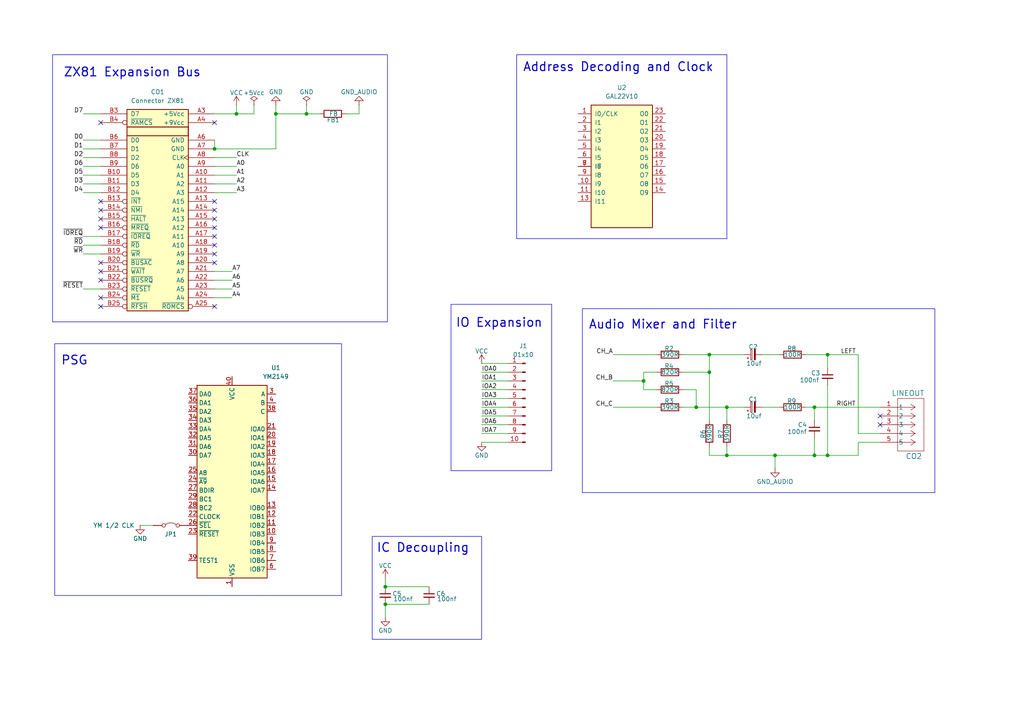
<source format=kicad_sch>
(kicad_sch (version 20250114) (generator "eeschema") (generator_version "9.0")
  (paper "A4")
  (title_block (title "ZXEightyZON") (date "2025-10-19") (rev "1.0") (company "Submeson Brain Corporation"))
  (lib_symbols
    (symbol "Audio:YM2149"
      (property "Reference" "U" (at 12.7 33.02 0))
      (property "Value" "YM2149" (at 12.7 30.48 0))
      (symbol "YM2149_0_1"
        (rectangle (start -10.16 27.94) (end 10.16 -27.94) (stroke (width 0.254)) (fill (type background)))
      )
      (symbol "YM2149_1_1"
        (pin bidirectional line (at -12.7 25.4 0) (length 2.54) (name "DA0") (number "37"))
        (pin bidirectional line (at -12.7 22.86 0) (length 2.54) (name "DA1") (number "36"))
        (pin bidirectional line (at -12.7 20.32 0) (length 2.54) (name "DA2") (number "35"))
        (pin bidirectional line (at -12.7 17.78 0) (length 2.54) (name "DA3") (number "34"))
        (pin bidirectional line (at -12.7 15.24 0) (length 2.54) (name "DA4") (number "33"))
        (pin bidirectional line (at -12.7 12.7 0) (length 2.54) (name "DA5") (number "32"))
        (pin bidirectional line (at -12.7 10.16 0) (length 2.54) (name "DA6") (number "31"))
        (pin bidirectional line (at -12.7 7.62 0) (length 2.54) (name "DA7") (number "30"))
        (pin input line (at -12.7 2.54 0) (length 2.54) (name "A8") (number "25"))
        (pin input line (at -12.7 0 0) (length 2.54) (name "~{A9}") (number "24"))
        (pin input line (at -12.7 -2.54 0) (length 2.54) (name "BDIR") (number "27"))
        (pin input line (at -12.7 -5.08 0) (length 2.54) (name "BC1") (number "29"))
        (pin input line (at -12.7 -7.62 0) (length 2.54) (name "BC2") (number "28"))
        (pin input line (at -12.7 -10.16 0) (length 2.54) (name "CLOCK") (number "22"))
        (pin input line (at -12.7 -12.7 0) (length 2.54) (name "~{SEL}") (number "26"))
        (pin input line (at -12.7 -15.24 0) (length 2.54) (name "~{RESET}") (number "23"))
        (pin passive line (at -12.7 -22.86 0) (length 2.54) (name "TEST1") (number "39"))
        (pin no_connect line (at -10.16 -17.78 0) (length 2.54) (hide yes) (name "NC") (number "2"))
        (pin no_connect line (at -10.16 -20.32 0) (length 2.54) (hide yes) (name "NC") (number "5"))
        (pin power_in line (at 0 30.48 270) (length 2.54) (name "VCC") (number "40"))
        (pin power_in line (at 0 -30.48 90) (length 2.54) (name "VSS") (number "1"))
        (pin output line (at 12.7 25.4 180) (length 2.54) (name "A") (number "3"))
        (pin output line (at 12.7 22.86 180) (length 2.54) (name "B") (number "4"))
        (pin output line (at 12.7 20.32 180) (length 2.54) (name "C") (number "38"))
        (pin bidirectional line (at 12.7 15.24 180) (length 2.54) (name "IOA0") (number "21"))
        (pin bidirectional line (at 12.7 12.7 180) (length 2.54) (name "IOA1") (number "20"))
        (pin bidirectional line (at 12.7 10.16 180) (length 2.54) (name "IOA2") (number "19"))
        (pin bidirectional line (at 12.7 7.62 180) (length 2.54) (name "IOA3") (number "18"))
        (pin bidirectional line (at 12.7 5.08 180) (length 2.54) (name "IOA4") (number "17"))
        (pin bidirectional line (at 12.7 2.54 180) (length 2.54) (name "IOA5") (number "16"))
        (pin bidirectional line (at 12.7 0 180) (length 2.54) (name "IOA6") (number "15"))
        (pin bidirectional line (at 12.7 -2.54 180) (length 2.54) (name "IOA7") (number "14"))
        (pin bidirectional line (at 12.7 -7.62 180) (length 2.54) (name "IOB0") (number "13"))
        (pin bidirectional line (at 12.7 -10.16 180) (length 2.54) (name "IOB1") (number "12"))
        (pin bidirectional line (at 12.7 -12.7 180) (length 2.54) (name "IOB2") (number "11"))
        (pin bidirectional line (at 12.7 -15.24 180) (length 2.54) (name "IOB3") (number "10"))
        (pin bidirectional line (at 12.7 -17.78 180) (length 2.54) (name "IOB4") (number "9"))
        (pin bidirectional line (at 12.7 -20.32 180) (length 2.54) (name "IOB5") (number "8"))
        (pin bidirectional line (at 12.7 -22.86 180) (length 2.54) (name "IOB6") (number "7"))
        (pin bidirectional line (at 12.7 -25.4 180) (length 2.54) (name "IOB7") (number "6"))
      )
    )
    (symbol "Connector:Conn_01x10_Pin" (pin_names (offset 1.016) (hide yes))
      (property "Reference" "J" (at 0 12.7 0))
      (property "Value" "Conn_01x10_Pin" (at 0 -15.24 0))
      (symbol "Conn_01x10_Pin_1_1"
        (rectangle (start 0.8636 10.287) (end 0 10.033) (stroke (width 0.1524)) (fill (type outline)))
        (rectangle (start 0.8636 7.747) (end 0 7.493) (stroke (width 0.1524)) (fill (type outline)))
        (rectangle (start 0.8636 5.207) (end 0 4.953) (stroke (width 0.1524)) (fill (type outline)))
        (rectangle (start 0.8636 2.667) (end 0 2.413) (stroke (width 0.1524)) (fill (type outline)))
        (rectangle (start 0.8636 0.127) (end 0 -0.127) (stroke (width 0.1524)) (fill (type outline)))
        (rectangle (start 0.8636 -2.413) (end 0 -2.667) (stroke (width 0.1524)) (fill (type outline)))
        (rectangle (start 0.8636 -4.953) (end 0 -5.207) (stroke (width 0.1524)) (fill (type outline)))
        (rectangle (start 0.8636 -7.493) (end 0 -7.747) (stroke (width 0.1524)) (fill (type outline)))
        (rectangle (start 0.8636 -10.033) (end 0 -10.287) (stroke (width 0.1524)) (fill (type outline)))
        (rectangle (start 0.8636 -12.573) (end 0 -12.827) (stroke (width 0.1524)) (fill (type outline)))
        (polyline (pts (xy 1.27 10.16) (xy 0.8636 10.16)) (stroke (width 0.1524)))
        (polyline (pts (xy 1.27 7.62) (xy 0.8636 7.62)) (stroke (width 0.1524)))
        (polyline (pts (xy 1.27 5.08) (xy 0.8636 5.08)) (stroke (width 0.1524)))
        (polyline (pts (xy 1.27 2.54) (xy 0.8636 2.54)) (stroke (width 0.1524)))
        (polyline (pts (xy 1.27 0) (xy 0.8636 0)) (stroke (width 0.1524)))
        (polyline (pts (xy 1.27 -2.54) (xy 0.8636 -2.54)) (stroke (width 0.1524)))
        (polyline (pts (xy 1.27 -5.08) (xy 0.8636 -5.08)) (stroke (width 0.1524)))
        (polyline (pts (xy 1.27 -7.62) (xy 0.8636 -7.62)) (stroke (width 0.1524)))
        (polyline (pts (xy 1.27 -10.16) (xy 0.8636 -10.16)) (stroke (width 0.1524)))
        (polyline (pts (xy 1.27 -12.7) (xy 0.8636 -12.7)) (stroke (width 0.1524)))
        (pin passive line (at 5.08 10.16 180) (length 3.81) (name "Pin_1") (number "1"))
        (pin passive line (at 5.08 7.62 180) (length 3.81) (name "Pin_2") (number "2"))
        (pin passive line (at 5.08 5.08 180) (length 3.81) (name "Pin_3") (number "3"))
        (pin passive line (at 5.08 2.54 180) (length 3.81) (name "Pin_4") (number "4"))
        (pin passive line (at 5.08 0 180) (length 3.81) (name "Pin_5") (number "5"))
        (pin passive line (at 5.08 -2.54 180) (length 3.81) (name "Pin_6") (number "6"))
        (pin passive line (at 5.08 -5.08 180) (length 3.81) (name "Pin_7") (number "7"))
        (pin passive line (at 5.08 -7.62 180) (length 3.81) (name "Pin_8") (number "8"))
        (pin passive line (at 5.08 -10.16 180) (length 3.81) (name "Pin_9") (number "9"))
        (pin passive line (at 5.08 -12.7 180) (length 3.81) (name "Pin_10") (number "10"))
      )
    )
    (symbol "Device:C_Polarized_Small" (pin_numbers (hide yes)) (pin_names (offset 0.254) (hide yes))
      (property "Reference" "C" (at 0.254 1.778 0))
      (property "Value" "C_Polarized_Small" (at 0.254 -2.032 0))
      (symbol "C_Polarized_Small_0_1"
        (rectangle (start -1.524 0.6858) (end 1.524 0.3048))
        (rectangle (start -1.524 -0.3048) (end 1.524 -0.6858) (fill (type outline)))
        (polyline (pts (xy -1.27 1.524) (xy -0.762 1.524)))
        (polyline (pts (xy -1.016 1.27) (xy -1.016 1.778)))
      )
      (symbol "C_Polarized_Small_1_1"
        (pin passive line (at 0 2.54 270) (length 1.8542) (name "~") (number "1"))
        (pin passive line (at 0 -2.54 90) (length 1.8542) (name "~") (number "2"))
      )
    )
    (symbol "Device:C_Small" (pin_numbers (hide yes)) (pin_names (offset 0.254) (hide yes))
      (property "Reference" "C" (at 0.254 1.778 0))
      (property "Value" "C_Small" (at 0.254 -2.032 0))
      (symbol "C_Small_0_1"
        (polyline (pts (xy -1.524 0.508) (xy 1.524 0.508)) (stroke (width 0.3048)))
        (polyline (pts (xy -1.524 -0.508) (xy 1.524 -0.508)) (stroke (width 0.3302)))
      )
      (symbol "C_Small_1_1"
        (pin passive line (at 0 2.54 270) (length 2.032) (name "~") (number "1"))
        (pin passive line (at 0 -2.54 90) (length 2.032) (name "~") (number "2"))
      )
    )
    (symbol "Device:R" (pin_numbers (hide yes)) (pin_names (offset 0))
      (property "Reference" "R" (at 2.032 0 90))
      (property "Value" "R" (at 0 0 90))
      (symbol "R_0_1"
        (rectangle (start -1.016 -2.54) (end 1.016 2.54) (stroke (width 0.254)))
      )
      (symbol "R_1_1"
        (pin passive line (at 0 3.81 270) (length 1.27) (name "~") (number "1"))
        (pin passive line (at 0 -3.81 90) (length 1.27) (name "~") (number "2"))
      )
    )
    (symbol "GAL22V10:GAL22V10" (pin_names (offset 1.016))
      (property "Reference" "U" (at -8.89 19.05 0))
      (property "Value" "GAL22V10" (at -1.27 19.05 0))
      (symbol "GAL22V10_0_1"
        (rectangle (start -8.89 -17.78) (end 8.89 17.78) (stroke (width 0.254)) (fill (type background)))
      )
      (symbol "GAL22V10_1_1"
        (pin input line (at -12.7 15.24 0) (length 3.81) (name "I0/CLK") (number "1"))
        (pin input line (at -12.7 12.7 0) (length 3.81) (name "I1") (number "2"))
        (pin input line (at -12.7 10.16 0) (length 3.81) (name "I2") (number "3"))
        (pin input line (at -12.7 7.62 0) (length 3.81) (name "I3") (number "4"))
        (pin input line (at -12.7 5.08 0) (length 3.81) (name "I4") (number "5"))
        (pin input line (at -12.7 2.54 0) (length 3.81) (name "I5") (number "6"))
        (pin input line (at -12.7 0 0) (length 3.81) (name "I6") (number "7"))
        (pin input line (at -12.7 0 0) (length 3.81) (name "I7") (number "8"))
        (pin input line (at -12.7 -2.54 0) (length 3.81) (name "I8") (number "9"))
        (pin input line (at -12.7 -5.08 0) (length 3.81) (name "I9") (number "10"))
        (pin input line (at -12.7 -7.62 0) (length 3.81) (name "I10") (number "11"))
        (pin input line (at -12.7 -10.16 0) (length 3.81) (name "I11") (number "13"))
        (pin power_in line (at 0 17.78 270) (length 0) (hide yes) (name "VCC") (number "24"))
        (pin power_in line (at 0 -17.78 90) (length 0) (hide yes) (name "GND") (number "12"))
        (pin output line (at 12.7 15.24 180) (length 3.81) (name "O0") (number "23"))
        (pin output line (at 12.7 12.7 180) (length 3.81) (name "O1") (number "22"))
        (pin output line (at 12.7 10.16 180) (length 3.81) (name "O2") (number "21"))
        (pin output line (at 12.7 7.62 180) (length 3.81) (name "O3") (number "20"))
        (pin output line (at 12.7 5.08 180) (length 3.81) (name "O4") (number "19"))
        (pin output line (at 12.7 2.54 180) (length 3.81) (name "O5") (number "18"))
        (pin output line (at 12.7 0 180) (length 3.81) (name "O6") (number "17"))
        (pin output line (at 12.7 -2.54 180) (length 3.81) (name "O7") (number "16"))
        (pin output line (at 12.7 -5.08 180) (length 3.81) (name "O8") (number "15"))
        (pin output line (at 12.7 -7.62 180) (length 3.81) (name "O9") (number "14"))
      )
    )
    (symbol "Jumper:Jumper_2_Bridged" (pin_numbers (hide yes)) (pin_names (offset 0) (hide yes))
      (property "Reference" "JP" (at 0 1.905 0))
      (property "Value" "Jumper_2_Bridged" (at 0 -2.54 0))
      (symbol "Jumper_2_Bridged_0_0"
        (circle (center -2.032 0) (radius 0.508))
        (circle (center 2.032 0) (radius 0.508))
      )
      (symbol "Jumper_2_Bridged_0_1"
        (arc (start -1.524 0.254) (mid 0 0.762) (end 1.524 0.254))
      )
      (symbol "Jumper_2_Bridged_1_1"
        (pin passive line (at -5.08 0 0) (length 2.54) (name "A") (number "1"))
        (pin passive line (at 5.08 0 180) (length 2.54) (name "B") (number "2"))
      )
    )
    (symbol "R_3" (pin_numbers (hide yes)) (pin_names (offset 0))
      (property "Reference" "R" (at 2.032 0 90))
      (property "Value" "R" (at 0 0 90))
      (symbol "R_3_0_1"
        (rectangle (start -1.016 -2.54) (end 1.016 2.54) (stroke (width 0.254)))
      )
      (symbol "R_3_1_1"
        (pin passive line (at 0 3.81 270) (length 1.27) (name "~") (number "1"))
        (pin passive line (at 0 -3.81 90) (length 1.27) (name "~") (number "2"))
      )
    )
    (symbol "R_4" (pin_numbers (hide yes)) (pin_names (offset 0))
      (property "Reference" "R" (at 2.032 0 90))
      (property "Value" "R" (at 0 0 90))
      (symbol "R_4_0_1"
        (rectangle (start -1.016 -2.54) (end 1.016 2.54) (stroke (width 0.254)))
      )
      (symbol "R_4_1_1"
        (pin passive line (at 0 3.81 270) (length 1.27) (name "~") (number "1"))
        (pin passive line (at 0 -3.81 90) (length 1.27) (name "~") (number "2"))
      )
    )
    (symbol "R_5" (pin_numbers (hide yes)) (pin_names (offset 0))
      (property "Reference" "R" (at 2.032 0 90))
      (property "Value" "R" (at 0 0 90))
      (symbol "R_5_0_1"
        (rectangle (start -1.016 -2.54) (end 1.016 2.54) (stroke (width 0.254)))
      )
      (symbol "R_5_1_1"
        (pin passive line (at 0 3.81 270) (length 1.27) (name "~") (number "1"))
        (pin passive line (at 0 -3.81 90) (length 1.27) (name "~") (number "2"))
      )
    )
    (symbol "R_6" (pin_numbers (hide yes)) (pin_names (offset 0))
      (property "Reference" "R" (at 2.032 0 90))
      (property "Value" "R" (at 0 0 90))
      (symbol "R_6_0_1"
        (rectangle (start -1.016 -2.54) (end 1.016 2.54) (stroke (width 0.254)))
      )
      (symbol "R_6_1_1"
        (pin passive line (at 0 3.81 270) (length 1.27) (name "~") (number "1"))
        (pin passive line (at 0 -3.81 90) (length 1.27) (name "~") (number "2"))
      )
    )
    (symbol "R_7" (pin_numbers (hide yes)) (pin_names (offset 0))
      (property "Reference" "R" (at 2.032 0 90))
      (property "Value" "R" (at 0 0 90))
      (symbol "R_7_0_1"
        (rectangle (start -1.016 -2.54) (end 1.016 2.54) (stroke (width 0.254)))
      )
      (symbol "R_7_1_1"
        (pin passive line (at 0 3.81 270) (length 1.27) (name "~") (number "1"))
        (pin passive line (at 0 -3.81 90) (length 1.27) (name "~") (number "2"))
      )
    )
    (symbol "R_8" (pin_numbers (hide yes)) (pin_names (offset 0))
      (property "Reference" "R" (at 2.032 0 90))
      (property "Value" "R" (at 0 0 90))
      (symbol "R_8_0_1"
        (rectangle (start -1.016 -2.54) (end 1.016 2.54) (stroke (width 0.254)))
      )
      (symbol "R_8_1_1"
        (pin passive line (at 0 3.81 270) (length 1.27) (name "~") (number "1"))
        (pin passive line (at 0 -3.81 90) (length 1.27) (name "~") (number "2"))
      )
    )
    (symbol "Stereo_Jack_Connector:SPC21348" (pin_names (offset 0.254))
      (property "Reference" "CO2" (at 7.366 -14.224 0))
      (property "Value" "LINEOUT" (at 3.302 4.064 0))
      (symbol "SPC21348_1_1"
        (polyline (pts (xy 5.08 2.54) (xy 5.08 -12.7)) (stroke (width 0.127)))
        (polyline (pts (xy 5.08 -12.7) (xy 12.7 -12.7)) (stroke (width 0.127)))
        (polyline (pts (xy 10.16 0) (xy 5.08 0)) (stroke (width 0.127)))
        (polyline (pts (xy 10.16 0) (xy 8.89 0.8467)) (stroke (width 0.127)))
        (polyline (pts (xy 10.16 0) (xy 8.89 -0.8467)) (stroke (width 0.127)))
        (polyline (pts (xy 10.16 -2.54) (xy 5.08 -2.54)) (stroke (width 0.127)))
        (polyline (pts (xy 10.16 -2.54) (xy 8.89 -1.6933)) (stroke (width 0.127)))
        (polyline (pts (xy 10.16 -2.54) (xy 8.89 -3.3867)) (stroke (width 0.127)))
        (polyline (pts (xy 10.16 -5.08) (xy 5.08 -5.08)) (stroke (width 0.127)))
        (polyline (pts (xy 10.16 -5.08) (xy 8.89 -4.2333)) (stroke (width 0.127)))
        (polyline (pts (xy 10.16 -5.08) (xy 8.89 -5.9267)) (stroke (width 0.127)))
        (polyline (pts (xy 10.16 -7.62) (xy 5.08 -7.62)) (stroke (width 0.127)))
        (polyline (pts (xy 10.16 -7.62) (xy 8.89 -6.7733)) (stroke (width 0.127)))
        (polyline (pts (xy 10.16 -7.62) (xy 8.89 -8.4667)) (stroke (width 0.127)))
        (polyline (pts (xy 10.16 -10.16) (xy 5.08 -10.16)) (stroke (width 0.127)))
        (polyline (pts (xy 10.16 -10.16) (xy 8.89 -9.3133)) (stroke (width 0.127)))
        (polyline (pts (xy 10.16 -10.16) (xy 8.89 -11.0067)) (stroke (width 0.127)))
        (polyline (pts (xy 12.7 2.54) (xy 5.08 2.54)) (stroke (width 0.127)))
        (polyline (pts (xy 12.7 -12.7) (xy 12.7 2.54)) (stroke (width 0.127)))
        (pin unspecified line (at 0 0 0) (length 5.08) (name "1") (number "1"))
        (pin unspecified line (at 0 -2.54 0) (length 5.08) (name "2") (number "2"))
        (pin unspecified line (at 0 -5.08 0) (length 5.08) (name "3") (number "3"))
        (pin unspecified line (at 0 -7.62 0) (length 5.08) (name "4") (number "4"))
        (pin unspecified line (at 0 -10.16 0) (length 5.08) (name "5") (number "5"))
      )
      (symbol "SPC21348_1_2"
        (polyline (pts (xy 5.08 2.54) (xy 5.08 -12.7)) (stroke (width 0.127)))
        (polyline (pts (xy 5.08 -12.7) (xy 12.7 -12.7)) (stroke (width 0.127)))
        (polyline (pts (xy 7.62 0) (xy 5.08 0)) (stroke (width 0.127)))
        (polyline (pts (xy 7.62 0) (xy 8.89 0.8467)) (stroke (width 0.127)))
        (polyline (pts (xy 7.62 0) (xy 8.89 -0.8467)) (stroke (width 0.127)))
        (polyline (pts (xy 7.62 -2.54) (xy 5.08 -2.54)) (stroke (width 0.127)))
        (polyline (pts (xy 7.62 -2.54) (xy 8.89 -1.6933)) (stroke (width 0.127)))
        (polyline (pts (xy 7.62 -2.54) (xy 8.89 -3.3867)) (stroke (width 0.127)))
        (polyline (pts (xy 7.62 -5.08) (xy 5.08 -5.08)) (stroke (width 0.127)))
        (polyline (pts (xy 7.62 -5.08) (xy 8.89 -4.2333)) (stroke (width 0.127)))
        (polyline (pts (xy 7.62 -5.08) (xy 8.89 -5.9267)) (stroke (width 0.127)))
        (polyline (pts (xy 7.62 -7.62) (xy 5.08 -7.62)) (stroke (width 0.127)))
        (polyline (pts (xy 7.62 -7.62) (xy 8.89 -6.7733)) (stroke (width 0.127)))
        (polyline (pts (xy 7.62 -7.62) (xy 8.89 -8.4667)) (stroke (width 0.127)))
        (polyline (pts (xy 7.62 -10.16) (xy 5.08 -10.16)) (stroke (width 0.127)))
        (polyline (pts (xy 7.62 -10.16) (xy 8.89 -9.3133)) (stroke (width 0.127)))
        (polyline (pts (xy 7.62 -10.16) (xy 8.89 -11.0067)) (stroke (width 0.127)))
        (polyline (pts (xy 12.7 2.54) (xy 5.08 2.54)) (stroke (width 0.127)))
        (polyline (pts (xy 12.7 -12.7) (xy 12.7 2.54)) (stroke (width 0.127)))
        (pin unspecified line (at 0 0 0) (length 5.08) (name "1") (number "1"))
        (pin unspecified line (at 0 -2.54 0) (length 5.08) (name "2") (number "2"))
        (pin unspecified line (at 0 -5.08 0) (length 5.08) (name "3") (number "3"))
        (pin unspecified line (at 0 -7.62 0) (length 5.08) (name "4") (number "4"))
        (pin unspecified line (at 0 -10.16 0) (length 5.08) (name "5") (number "5"))
      )
    )
    (symbol "ZX81_Expansion_Connector:Connector ZX81" (pin_names (offset 1.016))
      (property "Reference" "J" (at 1.27 36.83 0))
      (property "Value" "Connector ZX81" (at 1.27 -29.972 0))
      (symbol "Connector ZX81_1_1"
        (rectangle (start -8.89 30.48) (end 8.89 -27.94) (stroke (width 0.254)) (fill (type background)))
        (rectangle (start -8.89 25.4) (end 8.89 22.86) (stroke (width 0.254)))
        (pin bidirectional line (at -16.51 29.21 0) (length 7.62) (name "D7") (number "B3"))
        (pin input inverted (at -16.51 26.67 0) (length 7.62) (name "~{RAMCS}") (number "B4"))
        (pin bidirectional line (at -16.51 21.59 0) (length 7.62) (name "D0") (number "B6"))
        (pin bidirectional line (at -16.51 19.05 0) (length 7.62) (name "D1") (number "B7"))
        (pin bidirectional line (at -16.51 16.51 0) (length 7.62) (name "D2") (number "B8"))
        (pin bidirectional line (at -16.51 13.97 0) (length 7.62) (name "D6") (number "B9"))
        (pin bidirectional line (at -16.51 11.43 0) (length 7.62) (name "D5") (number "B10"))
        (pin bidirectional line (at -16.51 8.89 0) (length 7.62) (name "D3") (number "B11"))
        (pin bidirectional line (at -16.51 6.35 0) (length 7.62) (name "D4") (number "B12"))
        (pin bidirectional inverted (at -16.51 3.81 0) (length 7.62) (name "~{INT}") (number "B13"))
        (pin bidirectional inverted (at -16.51 1.27 0) (length 7.62) (name "~{NMI}") (number "B14"))
        (pin bidirectional inverted (at -16.51 -1.27 0) (length 7.62) (name "~{HALT}") (number "B15"))
        (pin bidirectional inverted (at -16.51 -3.81 0) (length 7.62) (name "~{MREQ}") (number "B16"))
        (pin bidirectional inverted (at -16.51 -6.35 0) (length 7.62) (name "~{IOREQ}") (number "B17"))
        (pin bidirectional inverted (at -16.51 -8.89 0) (length 7.62) (name "~{RD}") (number "B18"))
        (pin bidirectional inverted (at -16.51 -11.43 0) (length 7.62) (name "~{WR}") (number "B19"))
        (pin bidirectional inverted (at -16.51 -13.97 0) (length 7.62) (name "~{BUSAC}") (number "B20"))
        (pin bidirectional inverted (at -16.51 -16.51 0) (length 7.62) (name "~{WAIT}") (number "B21"))
        (pin bidirectional inverted (at -16.51 -19.05 0) (length 7.62) (name "~{BUSRQ}") (number "B22"))
        (pin bidirectional inverted (at -16.51 -21.59 0) (length 7.62) (name "~{RESET}") (number "B23"))
        (pin bidirectional inverted (at -16.51 -24.13 0) (length 7.62) (name "~{M1}") (number "B24"))
        (pin bidirectional inverted (at -16.51 -26.67 0) (length 7.62) (name "~{RFSH}") (number "B25"))
        (pin bidirectional line (at 16.51 29.21 180) (length 7.62) (name "+5Vcc") (number "A3"))
        (pin bidirectional line (at 16.51 26.67 180) (length 7.62) (name "+9Vcc") (number "A4"))
        (pin bidirectional line (at 16.51 21.59 180) (length 7.62) (name "GND") (number "A6"))
        (pin bidirectional line (at 16.51 19.05 180) (length 7.62) (name "GND") (number "A7"))
        (pin bidirectional clock (at 16.51 16.51 180) (length 7.62) (name "CLK") (number "A8"))
        (pin bidirectional line (at 16.51 13.97 180) (length 7.62) (name "A0") (number "A9"))
        (pin bidirectional line (at 16.51 11.43 180) (length 7.62) (name "A1") (number "A10"))
        (pin bidirectional line (at 16.51 8.89 180) (length 7.62) (name "A2") (number "A11"))
        (pin bidirectional line (at 16.51 6.35 180) (length 7.62) (name "A3") (number "A12"))
        (pin bidirectional line (at 16.51 3.81 180) (length 7.62) (name "A15") (number "A13"))
        (pin bidirectional line (at 16.51 1.27 180) (length 7.62) (name "A14") (number "A14"))
        (pin bidirectional line (at 16.51 -1.27 180) (length 7.62) (name "A13") (number "A15"))
        (pin bidirectional line (at 16.51 -3.81 180) (length 7.62) (name "A12") (number "A16"))
        (pin bidirectional line (at 16.51 -6.35 180) (length 7.62) (name "A11") (number "A17"))
        (pin bidirectional line (at 16.51 -8.89 180) (length 7.62) (name "A10") (number "A18"))
        (pin bidirectional line (at 16.51 -11.43 180) (length 7.62) (name "A9") (number "A19"))
        (pin bidirectional line (at 16.51 -13.97 180) (length 7.62) (name "A8") (number "A20"))
        (pin bidirectional line (at 16.51 -16.51 180) (length 7.62) (name "A7") (number "A21"))
        (pin bidirectional line (at 16.51 -19.05 180) (length 7.62) (name "A6") (number "A22"))
        (pin bidirectional line (at 16.51 -21.59 180) (length 7.62) (name "A5") (number "A23"))
        (pin bidirectional line (at 16.51 -24.13 180) (length 7.62) (name "A4") (number "A24"))
        (pin bidirectional inverted (at 16.51 -26.67 180) (length 7.62) (name "~{ROMCS}") (number "A25"))
      )
    )
    (symbol "power:GND" (power) (pin_numbers (hide yes)) (pin_names (offset 0) (hide yes))
      (property "Value" "GND" (at 0 -3.81 0))
      (symbol "GND_0_1"
        (polyline (pts (xy 0 0) (xy 0 -1.27) (xy 1.27 -1.27) (xy 0 -2.54) (xy -1.27 -1.27) (xy 0 -1.27)))
      )
      (symbol "GND_1_1"
        (pin power_in line (at 0 0 270) (length 0) (name "~") (number "1"))
      )
    )
    (symbol "power:PWR_FLAG" (power) (pin_numbers (hide yes)) (pin_names (offset 0) (hide yes))
      (property "Value" "PWR_FLAG" (at 0 3.81 0))
      (symbol "PWR_FLAG_0_0"
        (pin power_out line (at 0 0 90) (length 0) (name "~") (number "1"))
      )
      (symbol "PWR_FLAG_0_1"
        (polyline (pts (xy 0 0) (xy 0 1.27) (xy -1.016 1.905) (xy 0 2.54) (xy 1.016 1.905) (xy 0 1.27)))
      )
    )
    (symbol "power:VCC" (power) (pin_numbers (hide yes)) (pin_names (offset 0) (hide yes))
      (property "Value" "VCC" (at 0 3.556 0))
      (symbol "VCC_0_1"
        (polyline (pts (xy -0.762 1.27) (xy 0 2.54)))
        (polyline (pts (xy 0 2.54) (xy 0.762 1.27)))
        (polyline (pts (xy 0 0) (xy 0 2.54)))
      )
      (symbol "VCC_1_1"
        (pin power_in line (at 0 0 90) (length 0) (name "~") (number "1"))
      )
    )
  )
  (rectangle (start 107.95 155.575) (end 139.7 185.42))
  (rectangle (start 149.86 15.875) (end 210.82 69.215))
  (rectangle (start 168.91 89.535) (end 271.145 142.875))
  (rectangle (start 15.24 15.875) (end 112.395 93.345))
  (rectangle (start 15.875 99.695) (end 99.06 172.72))
  (rectangle (start 130.81 88.265) (end 160.02 136.525))
  (text "Audio Mixer and Filter" (at 192.278 94.234 0) (effects (font (size 2.54 2.54) (thickness 0.3175))))
  (text "Address Decoding and Clock" (at 179.324 19.558 0) (effects (font (size 2.54 2.54) (thickness 0.3175))))
  (text "IO Expansion" (at 144.78 93.726 0) (effects (font (size 2.54 2.54) (thickness 0.3175))))
  (text "IC Decoupling" (at 122.682 159.004 0) (effects (font (size 2.54 2.54) (thickness 0.3175))))
  (text "PSG" (at 21.59 104.648 0) (effects (font (size 2.54 2.54) (thickness 0.3175))))
  (text "ZX81 Expansion Bus" (at 38.354 21.082 0) (effects (font (size 2.54 2.54) (thickness 0.3175))))
  (junction (at 201.93 118.11))
  (junction (at 236.22 132.08))
  (junction (at 205.74 102.87))
  (junction (at 210.82 132.08))
  (junction (at 80.01 33.02))
  (junction (at 111.76 175.26))
  (junction (at 68.58 33.02))
  (junction (at 62.23 43.18))
  (junction (at 240.03 102.87))
  (junction (at 210.82 118.11))
  (junction (at 240.03 132.08))
  (junction (at 111.76 170.18))
  (junction (at 205.74 107.95))
  (junction (at 224.79 132.08))
  (junction (at 186.69 110.49))
  (junction (at 88.9 33.02))
  (junction (at 236.22 118.11))
  (no_connect (at 62.23 63.5))
  (no_connect (at 62.23 88.9))
  (no_connect (at 29.21 63.5))
  (no_connect (at 255.27 120.65))
  (no_connect (at 29.21 86.36))
  (no_connect (at 29.21 58.42))
  (no_connect (at 62.23 73.66))
  (no_connect (at 62.23 68.58))
  (no_connect (at 62.23 60.96))
  (no_connect (at 29.21 78.74))
  (no_connect (at 29.21 76.2))
  (no_connect (at 29.21 60.96))
  (no_connect (at 62.23 58.42))
  (no_connect (at 29.21 81.28))
  (no_connect (at 255.27 123.19))
  (no_connect (at 29.21 66.04))
  (no_connect (at 29.21 35.56))
  (no_connect (at 62.23 66.04))
  (no_connect (at 62.23 71.12))
  (no_connect (at 62.23 35.56))
  (no_connect (at 29.21 88.9))
  (no_connect (at 62.23 76.2))
  (wire (pts (xy 88.9 33.02) (xy 92.71 33.02)))
  (wire (pts (xy 68.58 48.26) (xy 62.23 48.26)))
  (wire (pts (xy 205.74 102.87) (xy 205.74 107.95)))
  (wire (pts (xy 73.66 30.48) (xy 73.66 33.02)))
  (wire (pts (xy 68.58 30.48) (xy 68.58 33.02)))
  (wire (pts (xy 67.31 83.82) (xy 62.23 83.82)))
  (wire (pts (xy 177.8 110.49) (xy 186.69 110.49)))
  (wire (pts (xy 248.92 125.73) (xy 255.27 125.73)))
  (wire (pts (xy 68.58 50.8) (xy 62.23 50.8)))
  (wire (pts (xy 24.13 71.12) (xy 29.21 71.12)))
  (wire (pts (xy 68.58 55.88) (xy 62.23 55.88)))
  (wire (pts (xy 236.22 118.11) (xy 255.27 118.11)))
  (wire (pts (xy 24.13 40.64) (xy 29.21 40.64)))
  (wire (pts (xy 139.7 113.03) (xy 147.32 113.03)))
  (wire (pts (xy 205.74 102.87) (xy 215.9 102.87)))
  (wire (pts (xy 139.7 105.41) (xy 147.32 105.41)))
  (wire (pts (xy 67.31 78.74) (xy 62.23 78.74)))
  (wire (pts (xy 240.03 102.87) (xy 248.92 102.87)))
  (wire (pts (xy 248.92 128.27) (xy 248.92 132.08)))
  (wire (pts (xy 205.74 107.95) (xy 198.12 107.95)))
  (wire (pts (xy 80.01 30.48) (xy 80.01 33.02)))
  (wire (pts (xy 24.13 73.66) (xy 29.21 73.66)))
  (wire (pts (xy 198.12 113.03) (xy 201.93 113.03)))
  (wire (pts (xy 240.03 132.08) (xy 248.92 132.08)))
  (wire (pts (xy 186.69 110.49) (xy 186.69 107.95)))
  (wire (pts (xy 73.66 33.02) (xy 68.58 33.02)))
  (wire (pts (xy 139.7 125.73) (xy 147.32 125.73)))
  (wire (pts (xy 205.74 129.54) (xy 205.74 132.08)))
  (wire (pts (xy 139.7 115.57) (xy 147.32 115.57)))
  (wire (pts (xy 201.93 118.11) (xy 210.82 118.11)))
  (wire (pts (xy 24.13 55.88) (xy 29.21 55.88)))
  (wire (pts (xy 111.76 175.26) (xy 124.46 175.26)))
  (wire (pts (xy 104.14 30.48) (xy 104.14 33.02)))
  (wire (pts (xy 210.82 129.54) (xy 210.82 132.08)))
  (wire (pts (xy 62.23 33.02) (xy 68.58 33.02)))
  (wire (pts (xy 220.98 102.87) (xy 226.06 102.87)))
  (wire (pts (xy 139.7 107.95) (xy 147.32 107.95)))
  (wire (pts (xy 236.22 127) (xy 236.22 132.08)))
  (wire (pts (xy 248.92 125.73) (xy 248.92 102.87)))
  (wire (pts (xy 111.76 167.64) (xy 111.76 170.18)))
  (wire (pts (xy 139.7 123.19) (xy 147.32 123.19)))
  (wire (pts (xy 198.12 102.87) (xy 205.74 102.87)))
  (wire (pts (xy 24.13 68.58) (xy 29.21 68.58)))
  (wire (pts (xy 67.31 86.36) (xy 62.23 86.36)))
  (wire (pts (xy 24.13 83.82) (xy 29.21 83.82)))
  (wire (pts (xy 111.76 170.18) (xy 124.46 170.18)))
  (wire (pts (xy 233.68 102.87) (xy 240.03 102.87)))
  (wire (pts (xy 139.7 120.65) (xy 147.32 120.65)))
  (wire (pts (xy 80.01 33.02) (xy 88.9 33.02)))
  (wire (pts (xy 190.5 107.95) (xy 186.69 107.95)))
  (wire (pts (xy 177.8 102.87) (xy 190.5 102.87)))
  (wire (pts (xy 100.33 33.02) (xy 104.14 33.02)))
  (wire (pts (xy 111.76 175.26) (xy 111.76 179.07)))
  (wire (pts (xy 24.13 45.72) (xy 29.21 45.72)))
  (wire (pts (xy 210.82 132.08) (xy 224.79 132.08)))
  (wire (pts (xy 68.58 45.72) (xy 62.23 45.72)))
  (wire (pts (xy 205.74 107.95) (xy 205.74 121.92)))
  (wire (pts (xy 139.7 110.49) (xy 147.32 110.49)))
  (wire (pts (xy 139.7 118.11) (xy 147.32 118.11)))
  (wire (pts (xy 62.23 43.18) (xy 80.01 43.18)))
  (wire (pts (xy 198.12 118.11) (xy 201.93 118.11)))
  (wire (pts (xy 186.69 110.49) (xy 186.69 113.03)))
  (wire (pts (xy 44.45 152.4) (xy 40.64 152.4)))
  (wire (pts (xy 240.03 102.87) (xy 240.03 106.68)))
  (wire (pts (xy 236.22 132.08) (xy 240.03 132.08)))
  (wire (pts (xy 177.8 118.11) (xy 190.5 118.11)))
  (wire (pts (xy 24.13 33.02) (xy 29.21 33.02)))
  (wire (pts (xy 224.79 132.08) (xy 236.22 132.08)))
  (wire (pts (xy 210.82 118.11) (xy 210.82 121.92)))
  (wire (pts (xy 205.74 132.08) (xy 210.82 132.08)))
  (wire (pts (xy 68.58 53.34) (xy 62.23 53.34)))
  (wire (pts (xy 186.69 113.03) (xy 190.5 113.03)))
  (wire (pts (xy 220.98 118.11) (xy 226.06 118.11)))
  (wire (pts (xy 240.03 111.76) (xy 240.03 132.08)))
  (wire (pts (xy 80.01 33.02) (xy 80.01 43.18)))
  (wire (pts (xy 24.13 43.18) (xy 29.21 43.18)))
  (wire (pts (xy 210.82 118.11) (xy 215.9 118.11)))
  (wire (pts (xy 24.13 50.8) (xy 29.21 50.8)))
  (wire (pts (xy 24.13 53.34) (xy 29.21 53.34)))
  (wire (pts (xy 201.93 113.03) (xy 201.93 118.11)))
  (wire (pts (xy 236.22 118.11) (xy 236.22 121.92)))
  (wire (pts (xy 224.79 132.08) (xy 224.79 135.89)))
  (wire (pts (xy 62.23 40.64) (xy 62.23 43.18)))
  (wire (pts (xy 67.31 81.28) (xy 62.23 81.28)))
  (wire (pts (xy 24.13 48.26) (xy 29.21 48.26)))
  (wire (pts (xy 88.9 30.48) (xy 88.9 33.02)))
  (wire (pts (xy 233.68 118.11) (xy 236.22 118.11)))
  (wire (pts (xy 248.92 128.27) (xy 255.27 128.27)))
  (wire (pts (xy 139.7 128.27) (xy 147.32 128.27)))
  (label "A2" (at 68.58 53.34 0))
  (label "D6" (at 24.13 48.26 180))
  (label "IOA7" (at 139.7 125.73 0))
  (label "~{IOREQ}" (at 24.13 68.58 180))
  (label "D2" (at 24.13 45.72 180))
  (label "D4" (at 24.13 55.88 180))
  (label "LEFT" (at 243.84 102.87 0))
  (label "D5" (at 24.13 50.8 180))
  (label "~{RD}" (at 24.13 71.12 180))
  (label "D1" (at 24.13 43.18 180))
  (label "A5" (at 67.31 83.82 0))
  (label "RIGHT" (at 242.57 118.11 0))
  (label "CH_B" (at 177.8 110.49 180))
  (label "IOA0" (at 139.7 107.95 0))
  (label "A3" (at 68.58 55.88 0))
  (label "CH_A" (at 177.8 102.87 180))
  (label "A6" (at 67.31 81.28 0))
  (label "IOA2" (at 139.7 113.03 0))
  (label "IOA5" (at 139.7 120.65 0))
  (label "A0" (at 68.58 48.26 0))
  (label "D0" (at 24.13 40.64 180))
  (label "~{WR}" (at 24.13 73.66 180))
  (label "IOA4" (at 139.7 118.11 0))
  (label "D3" (at 24.13 53.34 180))
  (label "IOA6" (at 139.7 123.19 0))
  (label "IOA1" (at 139.7 110.49 0))
  (label "D7" (at 24.13 33.02 180))
  (label "~{RESET}" (at 24.13 83.82 180))
  (label "A7" (at 67.31 78.74 0))
  (label "IOA3" (at 139.7 115.57 0))
  (label "A1" (at 68.58 50.8 0))
  (label "CLK" (at 68.58 45.72 0))
  (label "A4" (at 67.31 86.36 0))
  (label "CH_C" (at 177.8 118.11 180))
  (symbol (lib_id "Jumper:Jumper_2_Bridged") (at 49.53 152.4 0) (unit 1)
    (property "Reference" "JP1" (at 49.53 154.94 0))
    (property "Value" "YM 1/2 CLK" (at 33.02 152.4 0))
    (property "Footprint" "Connector_PinHeader_2.54mm:PinHeader_1x02_P2.54mm_Vertical" (effects (hide yes)))
    (property "Description" "Jumper, 2-pole, closed/bridged" (effects (hide yes)))
  )
  (symbol (lib_id "Audio:YM2149") (at 67.31 139.7 0) (unit 1)
    (property "Reference" "U1" (at 80.01 106.68 0))
    (property "Value" "YM2149" (at 80.01 109.22 0))
    (property "Footprint" "Package_DIP:DIP-40_W15.24mm_Socket_LongPads" (effects (hide yes)))
    (property "Datasheet" "http://www.ym2149.com/ym2149.pdf" (effects (hide yes)))
    (property "Description" "Software-Controlled Sound Generator, DIP-40" (effects (hide yes)))
  )
  (symbol (lib_id "Device:C_Polarized_Small") (at 218.44 102.87 90) (unit 1)
    (property "Reference" "C2" (at 218.44 100.584 90))
    (property "Value" "10uf" (at 218.694 105.41 90))
    (property "Footprint" "Capacitor_THT:CP_Radial_D5.0mm_P2.00mm" (effects (hide yes)))
    (property "Description" "Polarized capacitor, small symbol" (effects (hide yes)))
  )
  (symbol (lib_name "R_5") (lib_id "Device:R") (at 229.87 102.87 90) (unit 1)
    (property "Reference" "R8" (at 229.616 101.092 90))
    (property "Value" "100R" (at 229.87 102.87 90))
    (property "Footprint" "Resistor_THT:R_Axial_DIN0207_L6.3mm_D2.5mm_P7.62mm_Horizontal" (effects (hide yes)))
    (property "Description" "Resistor" (effects (hide yes)))
  )
  (symbol (lib_id "power:GND") (at 40.64 152.4 0) (unit 1)
    (property "Reference" "#PWR01" (effects (hide yes)))
    (property "Value" "GND" (at 40.64 156.21 0))
    (property "Description" "Power symbol creates a global label with name \"GND\" , ground" (effects (hide yes)))
  )
  (symbol (lib_name "R_6") (lib_id "Device:R") (at 194.31 102.87 90) (unit 1)
    (property "Reference" "R2" (at 194.056 101.092 90))
    (property "Value" "390R" (at 194.31 102.87 90))
    (property "Footprint" "Resistor_THT:R_Axial_DIN0207_L6.3mm_D2.5mm_P7.62mm_Horizontal" (effects (hide yes)))
    (property "Description" "Resistor" (effects (hide yes)))
  )
  (symbol (lib_id "power:GND") (at 80.01 30.48 0) (mirror x) (unit 1)
    (property "Reference" "#PWR08" (effects (hide yes)))
    (property "Value" "GND" (at 80.01 26.67 0))
    (property "Description" "Power symbol creates a global label with name \"GND\" , ground" (effects (hide yes)))
  )
  (symbol (lib_id "power:GND") (at 224.79 135.89 0) (unit 1)
    (property "Reference" "#PWR018" (effects (hide yes)))
    (property "Value" "GND_AUDIO" (at 224.79 139.7 0))
    (property "Description" "Power symbol creates a global label with name \"GND\" , ground" (effects (hide yes)))
  )
  (symbol (lib_id "power:VCC") (at 68.58 30.48 0) (unit 1)
    (property "Reference" "#PWR07" (effects (hide yes)))
    (property "Value" "VCC" (at 68.58 26.924 0))
    (property "Description" "Power symbol creates a global label with name \"VCC\"" (effects (hide yes)))
  )
  (symbol (lib_id "power:VCC") (at 139.7 105.41 0) (unit 1)
    (property "Reference" "#PWR014" (effects (hide yes)))
    (property "Value" "VCC" (at 139.7 101.854 0))
    (property "Description" "Power symbol creates a global label with name \"VCC\"" (effects (hide yes)))
  )
  (symbol (lib_name "R_7") (lib_id "Device:R") (at 205.74 125.73 0) (unit 1)
    (property "Reference" "R6" (at 203.962 127.254 90) (effects (justify left)))
    (property "Value" "390R" (at 205.74 128.27 90) (effects (justify left)))
    (property "Footprint" "Resistor_THT:R_Axial_DIN0207_L6.3mm_D2.5mm_P7.62mm_Horizontal" (effects (hide yes)))
    (property "Description" "Resistor" (effects (hide yes)))
  )
  (symbol (lib_name "R_5") (lib_id "Device:R") (at 229.87 118.11 90) (unit 1)
    (property "Reference" "R9" (at 229.616 116.332 90))
    (property "Value" "100R" (at 229.87 118.11 90))
    (property "Footprint" "Resistor_THT:R_Axial_DIN0207_L6.3mm_D2.5mm_P7.62mm_Horizontal" (effects (hide yes)))
    (property "Description" "Resistor" (effects (hide yes)))
  )
  (symbol (lib_id "Connector:Conn_01x10_Pin") (at 152.4 115.57 0) (mirror y) (unit 1)
    (property "Reference" "J1" (at 151.765 100.33 0))
    (property "Value" "01x10" (at 151.765 102.87 0))
    (property "Footprint" "Connector_PinHeader_2.54mm:PinHeader_1x10_P2.54mm_Vertical" (effects (hide yes)))
    (property "Description" "Generic connector, single row, 01x10, script generated" (effects (hide yes)))
  )
  (symbol (lib_id "power:PWR_FLAG") (at 88.9 30.48 0) (unit 1)
    (property "Reference" "#FLG03" (effects (hide yes)))
    (property "Value" "GND" (at 88.9 26.67 0))
    (property "Description" "Special symbol for telling ERC where power comes from" (effects (hide yes)))
  )
  (symbol (lib_id "GAL22V10:GAL22V10") (at 180.34 48.26 0) (unit 1)
    (property "Reference" "U2" (at 180.34 25.4 0))
    (property "Value" "GAL22V10" (at 180.34 27.94 0))
  )
  (symbol (lib_name "R_4") (lib_id "Device:R") (at 194.31 107.95 270) (unit 1)
    (property "Reference" "R4" (at 194.056 106.172 90))
    (property "Value" "820R" (at 194.31 107.95 90))
    (property "Footprint" "Resistor_THT:R_Axial_DIN0207_L6.3mm_D2.5mm_P7.62mm_Horizontal" (effects (hide yes)))
    (property "Description" "Resistor" (effects (hide yes)))
  )
  (symbol (lib_id "power:GND") (at 111.76 179.07 0) (unit 1)
    (property "Reference" "#PWR02" (effects (hide yes)))
    (property "Value" "GND" (at 111.76 182.88 0))
    (property "Description" "Power symbol creates a global label with name \"GND\" , ground" (effects (hide yes)))
  )
  (symbol (lib_name "R_8") (lib_id "Device:R") (at 210.82 125.73 0) (unit 1)
    (property "Reference" "R7" (at 209.042 127.254 90) (effects (justify left)))
    (property "Value" "390R" (at 210.82 128.27 90) (effects (justify left)))
    (property "Footprint" "Resistor_THT:R_Axial_DIN0207_L6.3mm_D2.5mm_P7.62mm_Horizontal" (effects (hide yes)))
    (property "Description" "Resistor" (effects (hide yes)))
  )
  (symbol (lib_id "Device:R") (at 96.52 33.02 90) (unit 1)
    (property "Reference" "FB1" (at 98.552 34.798 90) (effects (justify left)))
    (property "Value" "FB" (at 98.044 33.02 90) (effects (justify left)))
    (property "Footprint" "Resistor_THT:R_Axial_DIN0207_L6.3mm_D2.5mm_P7.62mm_Horizontal" (effects (hide yes)))
    (property "Description" "Resistor" (effects (hide yes)))
  )
  (symbol (lib_id "Stereo_Jack_Connector:SPC21348") (at 255.27 118.11 0) (unit 1)
    (property "Reference" "CO2" (at 262.636 132.334 0) (effects (font (size 1.524 1.524)) (justify left)))
    (property "Value" "LINEOUT" (at 258.572 114.046 0) (effects (font (size 1.524 1.524)) (justify left)))
    (property "Footprint" "audio_jack:CONN5_SPC21348_MTC" (effects (hide yes)))
    (property "Datasheet" "SPC21348" (effects (hide yes)))
  )
  (symbol (lib_id "Device:C_Polarized_Small") (at 218.44 118.11 90) (unit 1)
    (property "Reference" "C1" (at 218.44 115.824 90))
    (property "Value" "10uf" (at 218.694 120.65 90))
    (property "Footprint" "Capacitor_THT:CP_Radial_D5.0mm_P2.00mm" (effects (hide yes)))
    (property "Description" "Polarized capacitor, small symbol" (effects (hide yes)))
  )
  (symbol (lib_id "power:PWR_FLAG") (at 73.66 30.48 0) (unit 1)
    (property "Reference" "#FLG04" (effects (hide yes)))
    (property "Value" "+5Vcc" (at 73.66 26.924 0))
    (property "Description" "Special symbol for telling ERC where power comes from" (effects (hide yes)))
  )
  (symbol (lib_id "Device:C_Small") (at 124.46 172.72 0) (unit 1)
    (property "Reference" "C6" (at 126.492 172.212 0) (effects (justify left)))
    (property "Value" "100nf" (at 126.746 173.736 0) (effects (justify left)))
    (property "Footprint" "Capacitor_THT:C_Disc_D3.0mm_W1.6mm_P2.50mm" (effects (hide yes)))
    (property "Description" "Unpolarized capacitor, small symbol" (effects (hide yes)))
  )
  (symbol (lib_name "R_5") (lib_id "Device:R") (at 194.31 118.11 90) (unit 1)
    (property "Reference" "R3" (at 194.056 116.332 90))
    (property "Value" "390R" (at 194.31 118.11 90))
    (property "Footprint" "Resistor_THT:R_Axial_DIN0207_L6.3mm_D2.5mm_P7.62mm_Horizontal" (effects (hide yes)))
    (property "Description" "Resistor" (effects (hide yes)))
  )
  (symbol (lib_id "power:GND") (at 104.14 30.48 0) (mirror x) (unit 1)
    (property "Reference" "#PWR09" (effects (hide yes)))
    (property "Value" "GND_AUDIO" (at 104.14 26.67 0))
    (property "Description" "Power symbol creates a global label with name \"GND\" , ground" (effects (hide yes)))
  )
  (symbol (lib_id "power:GND") (at 139.7 128.27 0) (unit 1)
    (property "Reference" "#PWR011" (effects (hide yes)))
    (property "Value" "GND" (at 139.7 132.08 0))
    (property "Description" "Power symbol creates a global label with name \"GND\" , ground" (effects (hide yes)))
  )
  (symbol (lib_id "Device:C_Small") (at 236.22 124.46 0) (unit 1)
    (property "Reference" "C4" (at 231.394 123.19 0) (effects (justify left)))
    (property "Value" "100nf" (at 228.346 125.222 0) (effects (justify left)))
    (property "Footprint" "Capacitor_THT:C_Disc_D3.0mm_W1.6mm_P2.50mm" (effects (hide yes)))
    (property "Description" "Unpolarized capacitor, small symbol" (effects (hide yes)))
  )
  (symbol (lib_name "R_3") (lib_id "Device:R") (at 194.31 113.03 270) (unit 1)
    (property "Reference" "R5" (at 194.056 111.252 90))
    (property "Value" "820R" (at 194.31 113.03 90))
    (property "Footprint" "Resistor_THT:R_Axial_DIN0207_L6.3mm_D2.5mm_P7.62mm_Horizontal" (effects (hide yes)))
    (property "Description" "Resistor" (effects (hide yes)))
  )
  (symbol (lib_id "Device:C_Small") (at 240.03 109.22 0) (unit 1)
    (property "Reference" "C3" (at 235.204 108.204 0) (effects (justify left)))
    (property "Value" "100nf" (at 231.902 110.236 0) (effects (justify left)))
    (property "Footprint" "Capacitor_THT:C_Disc_D3.0mm_W1.6mm_P2.50mm" (effects (hide yes)))
    (property "Description" "Unpolarized capacitor, small symbol" (effects (hide yes)))
  )
  (symbol (lib_id "power:VCC") (at 111.76 167.64 0) (unit 1)
    (property "Reference" "#PWR02" (effects (hide yes)))
    (property "Value" "VCC" (at 111.76 164.084 0))
    (property "Description" "Power symbol creates a global label with name \"VCC\"" (effects (hide yes)))
  )
  (symbol (lib_id "Device:C_Small") (at 111.76 172.72 0) (unit 1)
    (property "Reference" "C5" (at 113.792 172.212 0) (effects (justify left)))
    (property "Value" "100nf" (at 114.046 173.736 0) (effects (justify left)))
    (property "Footprint" "Capacitor_THT:C_Disc_D3.0mm_W1.6mm_P2.50mm" (effects (hide yes)))
    (property "Description" "Unpolarized capacitor, small symbol" (effects (hide yes)))
  )
  (symbol (lib_id "ZX81_Expansion_Connector:Connector ZX81") (at 45.72 62.23 0) (unit 1)
    (property "Reference" "CO1" (at 45.72 26.67 0))
    (property "Value" "Connector ZX81" (at 45.72 29.21 0))
    (property "Footprint" "ZX81_Expansion_Connector:ZX81_EdgeConnector" (effects (hide yes)))
  )
)
</source>
